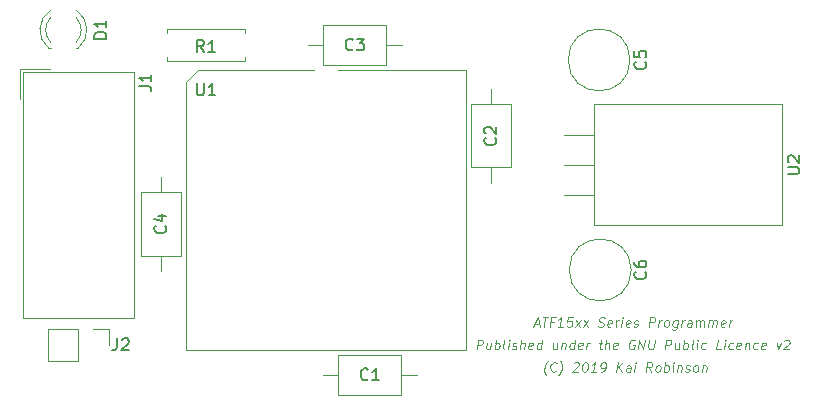
<source format=gto>
G04 #@! TF.GenerationSoftware,KiCad,Pcbnew,(5.1.2-1)-1*
G04 #@! TF.CreationDate,2019-06-08T01:43:03+01:00*
G04 #@! TF.ProjectId,ATF Programming Board,41544620-5072-46f6-9772-616d6d696e67,rev?*
G04 #@! TF.SameCoordinates,Original*
G04 #@! TF.FileFunction,Legend,Top*
G04 #@! TF.FilePolarity,Positive*
%FSLAX46Y46*%
G04 Gerber Fmt 4.6, Leading zero omitted, Abs format (unit mm)*
G04 Created by KiCad (PCBNEW (5.1.2-1)-1) date 2019-06-08 01:43:03*
%MOMM*%
%LPD*%
G04 APERTURE LIST*
%ADD10C,0.125000*%
%ADD11C,0.120000*%
%ADD12C,0.150000*%
G04 APERTURE END LIST*
D10*
X152454605Y-105136904D02*
X152554605Y-104336904D01*
X152859367Y-104336904D01*
X152930796Y-104375000D01*
X152964129Y-104413095D01*
X152992700Y-104489285D01*
X152978415Y-104603571D01*
X152930796Y-104679761D01*
X152887938Y-104717857D01*
X152806986Y-104755952D01*
X152502224Y-104755952D01*
X153664129Y-104603571D02*
X153597462Y-105136904D01*
X153321272Y-104603571D02*
X153268891Y-105022619D01*
X153297462Y-105098809D01*
X153368891Y-105136904D01*
X153483177Y-105136904D01*
X153564129Y-105098809D01*
X153606986Y-105060714D01*
X153978415Y-105136904D02*
X154078415Y-104336904D01*
X154040319Y-104641666D02*
X154121272Y-104603571D01*
X154273653Y-104603571D01*
X154345081Y-104641666D01*
X154378415Y-104679761D01*
X154406986Y-104755952D01*
X154378415Y-104984523D01*
X154330796Y-105060714D01*
X154287938Y-105098809D01*
X154206986Y-105136904D01*
X154054605Y-105136904D01*
X153983177Y-105098809D01*
X154816510Y-105136904D02*
X154745081Y-105098809D01*
X154716510Y-105022619D01*
X154802224Y-104336904D01*
X155121272Y-105136904D02*
X155187938Y-104603571D01*
X155221272Y-104336904D02*
X155178415Y-104375000D01*
X155211748Y-104413095D01*
X155254605Y-104375000D01*
X155221272Y-104336904D01*
X155211748Y-104413095D01*
X155468891Y-105098809D02*
X155540319Y-105136904D01*
X155692700Y-105136904D01*
X155773653Y-105098809D01*
X155821272Y-105022619D01*
X155826034Y-104984523D01*
X155797462Y-104908333D01*
X155726034Y-104870238D01*
X155611748Y-104870238D01*
X155540319Y-104832142D01*
X155511748Y-104755952D01*
X155516510Y-104717857D01*
X155564129Y-104641666D01*
X155645081Y-104603571D01*
X155759367Y-104603571D01*
X155830796Y-104641666D01*
X156149843Y-105136904D02*
X156249843Y-104336904D01*
X156492700Y-105136904D02*
X156545081Y-104717857D01*
X156516510Y-104641666D01*
X156445081Y-104603571D01*
X156330796Y-104603571D01*
X156249843Y-104641666D01*
X156206986Y-104679761D01*
X157183177Y-105098809D02*
X157102224Y-105136904D01*
X156949843Y-105136904D01*
X156878415Y-105098809D01*
X156849843Y-105022619D01*
X156887938Y-104717857D01*
X156935558Y-104641666D01*
X157016510Y-104603571D01*
X157168891Y-104603571D01*
X157240319Y-104641666D01*
X157268891Y-104717857D01*
X157259367Y-104794047D01*
X156868891Y-104870238D01*
X157902224Y-105136904D02*
X158002224Y-104336904D01*
X157906986Y-105098809D02*
X157826034Y-105136904D01*
X157673653Y-105136904D01*
X157602224Y-105098809D01*
X157568891Y-105060714D01*
X157540319Y-104984523D01*
X157568891Y-104755952D01*
X157616510Y-104679761D01*
X157659367Y-104641666D01*
X157740319Y-104603571D01*
X157892700Y-104603571D01*
X157964129Y-104641666D01*
X159302224Y-104603571D02*
X159235558Y-105136904D01*
X158959367Y-104603571D02*
X158906986Y-105022619D01*
X158935558Y-105098809D01*
X159006986Y-105136904D01*
X159121272Y-105136904D01*
X159202224Y-105098809D01*
X159245081Y-105060714D01*
X159683177Y-104603571D02*
X159616510Y-105136904D01*
X159673653Y-104679761D02*
X159716510Y-104641666D01*
X159797462Y-104603571D01*
X159911748Y-104603571D01*
X159983177Y-104641666D01*
X160011748Y-104717857D01*
X159959367Y-105136904D01*
X160683177Y-105136904D02*
X160783177Y-104336904D01*
X160687938Y-105098809D02*
X160606986Y-105136904D01*
X160454605Y-105136904D01*
X160383177Y-105098809D01*
X160349843Y-105060714D01*
X160321272Y-104984523D01*
X160349843Y-104755952D01*
X160397462Y-104679761D01*
X160440319Y-104641666D01*
X160521272Y-104603571D01*
X160673653Y-104603571D01*
X160745081Y-104641666D01*
X161373653Y-105098809D02*
X161292700Y-105136904D01*
X161140319Y-105136904D01*
X161068891Y-105098809D01*
X161040319Y-105022619D01*
X161078415Y-104717857D01*
X161126034Y-104641666D01*
X161206986Y-104603571D01*
X161359367Y-104603571D01*
X161430796Y-104641666D01*
X161459367Y-104717857D01*
X161449843Y-104794047D01*
X161059367Y-104870238D01*
X161749843Y-105136904D02*
X161816510Y-104603571D01*
X161797462Y-104755952D02*
X161845081Y-104679761D01*
X161887938Y-104641666D01*
X161968891Y-104603571D01*
X162045081Y-104603571D01*
X162806986Y-104603571D02*
X163111748Y-104603571D01*
X162954605Y-104336904D02*
X162868891Y-105022619D01*
X162897462Y-105098809D01*
X162968891Y-105136904D01*
X163045081Y-105136904D01*
X163311748Y-105136904D02*
X163411748Y-104336904D01*
X163654605Y-105136904D02*
X163706986Y-104717857D01*
X163678415Y-104641666D01*
X163606986Y-104603571D01*
X163492700Y-104603571D01*
X163411748Y-104641666D01*
X163368891Y-104679761D01*
X164345081Y-105098809D02*
X164264129Y-105136904D01*
X164111748Y-105136904D01*
X164040319Y-105098809D01*
X164011748Y-105022619D01*
X164049843Y-104717857D01*
X164097462Y-104641666D01*
X164178415Y-104603571D01*
X164330796Y-104603571D01*
X164402224Y-104641666D01*
X164430796Y-104717857D01*
X164421272Y-104794047D01*
X164030796Y-104870238D01*
X165845081Y-104375000D02*
X165773653Y-104336904D01*
X165659367Y-104336904D01*
X165540319Y-104375000D01*
X165454605Y-104451190D01*
X165406986Y-104527380D01*
X165349843Y-104679761D01*
X165335558Y-104794047D01*
X165354605Y-104946428D01*
X165383177Y-105022619D01*
X165449843Y-105098809D01*
X165559367Y-105136904D01*
X165635558Y-105136904D01*
X165754605Y-105098809D01*
X165797462Y-105060714D01*
X165830796Y-104794047D01*
X165678415Y-104794047D01*
X166130796Y-105136904D02*
X166230796Y-104336904D01*
X166587938Y-105136904D01*
X166687938Y-104336904D01*
X167068891Y-104336904D02*
X166987938Y-104984523D01*
X167016510Y-105060714D01*
X167049843Y-105098809D01*
X167121272Y-105136904D01*
X167273653Y-105136904D01*
X167354605Y-105098809D01*
X167397462Y-105060714D01*
X167445081Y-104984523D01*
X167526034Y-104336904D01*
X168416510Y-105136904D02*
X168516510Y-104336904D01*
X168821272Y-104336904D01*
X168892700Y-104375000D01*
X168926034Y-104413095D01*
X168954605Y-104489285D01*
X168940319Y-104603571D01*
X168892700Y-104679761D01*
X168849843Y-104717857D01*
X168768891Y-104755952D01*
X168464129Y-104755952D01*
X169626034Y-104603571D02*
X169559367Y-105136904D01*
X169283177Y-104603571D02*
X169230796Y-105022619D01*
X169259367Y-105098809D01*
X169330796Y-105136904D01*
X169445081Y-105136904D01*
X169526034Y-105098809D01*
X169568891Y-105060714D01*
X169940319Y-105136904D02*
X170040319Y-104336904D01*
X170002224Y-104641666D02*
X170083177Y-104603571D01*
X170235558Y-104603571D01*
X170306986Y-104641666D01*
X170340319Y-104679761D01*
X170368891Y-104755952D01*
X170340319Y-104984523D01*
X170292700Y-105060714D01*
X170249843Y-105098809D01*
X170168891Y-105136904D01*
X170016510Y-105136904D01*
X169945081Y-105098809D01*
X170778415Y-105136904D02*
X170706986Y-105098809D01*
X170678415Y-105022619D01*
X170764129Y-104336904D01*
X171083177Y-105136904D02*
X171149843Y-104603571D01*
X171183177Y-104336904D02*
X171140319Y-104375000D01*
X171173653Y-104413095D01*
X171216510Y-104375000D01*
X171183177Y-104336904D01*
X171173653Y-104413095D01*
X171811748Y-105098809D02*
X171730796Y-105136904D01*
X171578415Y-105136904D01*
X171506986Y-105098809D01*
X171473653Y-105060714D01*
X171445081Y-104984523D01*
X171473653Y-104755952D01*
X171521272Y-104679761D01*
X171564129Y-104641666D01*
X171645081Y-104603571D01*
X171797462Y-104603571D01*
X171868891Y-104641666D01*
X173140319Y-105136904D02*
X172759367Y-105136904D01*
X172859367Y-104336904D01*
X173406986Y-105136904D02*
X173473653Y-104603571D01*
X173506986Y-104336904D02*
X173464129Y-104375000D01*
X173497462Y-104413095D01*
X173540319Y-104375000D01*
X173506986Y-104336904D01*
X173497462Y-104413095D01*
X174135558Y-105098809D02*
X174054605Y-105136904D01*
X173902224Y-105136904D01*
X173830796Y-105098809D01*
X173797462Y-105060714D01*
X173768891Y-104984523D01*
X173797462Y-104755952D01*
X173845081Y-104679761D01*
X173887938Y-104641666D01*
X173968891Y-104603571D01*
X174121272Y-104603571D01*
X174192700Y-104641666D01*
X174783177Y-105098809D02*
X174702224Y-105136904D01*
X174549843Y-105136904D01*
X174478415Y-105098809D01*
X174449843Y-105022619D01*
X174487938Y-104717857D01*
X174535558Y-104641666D01*
X174616510Y-104603571D01*
X174768891Y-104603571D01*
X174840319Y-104641666D01*
X174868891Y-104717857D01*
X174859367Y-104794047D01*
X174468891Y-104870238D01*
X175226034Y-104603571D02*
X175159367Y-105136904D01*
X175216510Y-104679761D02*
X175259367Y-104641666D01*
X175340319Y-104603571D01*
X175454605Y-104603571D01*
X175526034Y-104641666D01*
X175554605Y-104717857D01*
X175502224Y-105136904D01*
X176230796Y-105098809D02*
X176149843Y-105136904D01*
X175997462Y-105136904D01*
X175926034Y-105098809D01*
X175892700Y-105060714D01*
X175864129Y-104984523D01*
X175892700Y-104755952D01*
X175940319Y-104679761D01*
X175983177Y-104641666D01*
X176064129Y-104603571D01*
X176216510Y-104603571D01*
X176287938Y-104641666D01*
X176878415Y-105098809D02*
X176797462Y-105136904D01*
X176645081Y-105136904D01*
X176573653Y-105098809D01*
X176545081Y-105022619D01*
X176583177Y-104717857D01*
X176630796Y-104641666D01*
X176711748Y-104603571D01*
X176864129Y-104603571D01*
X176935558Y-104641666D01*
X176964129Y-104717857D01*
X176954605Y-104794047D01*
X176564129Y-104870238D01*
X177854605Y-104603571D02*
X177978415Y-105136904D01*
X178235558Y-104603571D01*
X178526034Y-104413095D02*
X178568891Y-104375000D01*
X178649843Y-104336904D01*
X178840319Y-104336904D01*
X178911748Y-104375000D01*
X178945081Y-104413095D01*
X178973653Y-104489285D01*
X178964129Y-104565476D01*
X178911748Y-104679761D01*
X178397462Y-105136904D01*
X178892700Y-105136904D01*
X158352938Y-107346666D02*
X158319605Y-107308571D01*
X158257700Y-107194285D01*
X158229129Y-107118095D01*
X158205319Y-107003809D01*
X158191034Y-106813333D01*
X158210081Y-106660952D01*
X158271986Y-106470476D01*
X158324367Y-106356190D01*
X158371986Y-106280000D01*
X158462462Y-106165714D01*
X158505319Y-106127619D01*
X159162462Y-106965714D02*
X159119605Y-107003809D01*
X159000558Y-107041904D01*
X158924367Y-107041904D01*
X158814843Y-107003809D01*
X158748177Y-106927619D01*
X158719605Y-106851428D01*
X158700558Y-106699047D01*
X158714843Y-106584761D01*
X158771986Y-106432380D01*
X158819605Y-106356190D01*
X158905319Y-106280000D01*
X159024367Y-106241904D01*
X159100558Y-106241904D01*
X159210081Y-106280000D01*
X159243415Y-106318095D01*
X159381510Y-107346666D02*
X159424367Y-107308571D01*
X159514843Y-107194285D01*
X159562462Y-107118095D01*
X159614843Y-107003809D01*
X159676748Y-106813333D01*
X159695796Y-106660952D01*
X159681510Y-106470476D01*
X159657700Y-106356190D01*
X159629129Y-106280000D01*
X159567224Y-106165714D01*
X159533891Y-106127619D01*
X160691034Y-106318095D02*
X160733891Y-106280000D01*
X160814843Y-106241904D01*
X161005319Y-106241904D01*
X161076748Y-106280000D01*
X161110081Y-106318095D01*
X161138653Y-106394285D01*
X161129129Y-106470476D01*
X161076748Y-106584761D01*
X160562462Y-107041904D01*
X161057700Y-107041904D01*
X161652938Y-106241904D02*
X161729129Y-106241904D01*
X161800558Y-106280000D01*
X161833891Y-106318095D01*
X161862462Y-106394285D01*
X161881510Y-106546666D01*
X161857700Y-106737142D01*
X161800558Y-106889523D01*
X161752938Y-106965714D01*
X161710081Y-107003809D01*
X161629129Y-107041904D01*
X161552938Y-107041904D01*
X161481510Y-107003809D01*
X161448177Y-106965714D01*
X161419605Y-106889523D01*
X161400558Y-106737142D01*
X161424367Y-106546666D01*
X161481510Y-106394285D01*
X161529129Y-106318095D01*
X161571986Y-106280000D01*
X161652938Y-106241904D01*
X162581510Y-107041904D02*
X162124367Y-107041904D01*
X162352938Y-107041904D02*
X162452938Y-106241904D01*
X162362462Y-106356190D01*
X162276748Y-106432380D01*
X162195796Y-106470476D01*
X162962462Y-107041904D02*
X163114843Y-107041904D01*
X163195796Y-107003809D01*
X163238653Y-106965714D01*
X163329129Y-106851428D01*
X163386272Y-106699047D01*
X163424367Y-106394285D01*
X163395796Y-106318095D01*
X163362462Y-106280000D01*
X163291034Y-106241904D01*
X163138653Y-106241904D01*
X163057700Y-106280000D01*
X163014843Y-106318095D01*
X162967224Y-106394285D01*
X162943415Y-106584761D01*
X162971986Y-106660952D01*
X163005319Y-106699047D01*
X163076748Y-106737142D01*
X163229129Y-106737142D01*
X163310081Y-106699047D01*
X163352938Y-106660952D01*
X163400558Y-106584761D01*
X164295796Y-107041904D02*
X164395796Y-106241904D01*
X164752938Y-107041904D02*
X164467224Y-106584761D01*
X164852938Y-106241904D02*
X164338653Y-106699047D01*
X165438653Y-107041904D02*
X165491034Y-106622857D01*
X165462462Y-106546666D01*
X165391034Y-106508571D01*
X165238653Y-106508571D01*
X165157700Y-106546666D01*
X165443415Y-107003809D02*
X165362462Y-107041904D01*
X165171986Y-107041904D01*
X165100558Y-107003809D01*
X165071986Y-106927619D01*
X165081510Y-106851428D01*
X165129129Y-106775238D01*
X165210081Y-106737142D01*
X165400558Y-106737142D01*
X165481510Y-106699047D01*
X165819605Y-107041904D02*
X165886272Y-106508571D01*
X165919605Y-106241904D02*
X165876748Y-106280000D01*
X165910081Y-106318095D01*
X165952938Y-106280000D01*
X165919605Y-106241904D01*
X165910081Y-106318095D01*
X167267224Y-107041904D02*
X167048177Y-106660952D01*
X166810081Y-107041904D02*
X166910081Y-106241904D01*
X167214843Y-106241904D01*
X167286272Y-106280000D01*
X167319605Y-106318095D01*
X167348177Y-106394285D01*
X167333891Y-106508571D01*
X167286272Y-106584761D01*
X167243415Y-106622857D01*
X167162462Y-106660952D01*
X166857700Y-106660952D01*
X167724367Y-107041904D02*
X167652938Y-107003809D01*
X167619605Y-106965714D01*
X167591034Y-106889523D01*
X167619605Y-106660952D01*
X167667224Y-106584761D01*
X167710081Y-106546666D01*
X167791034Y-106508571D01*
X167905319Y-106508571D01*
X167976748Y-106546666D01*
X168010081Y-106584761D01*
X168038653Y-106660952D01*
X168010081Y-106889523D01*
X167962462Y-106965714D01*
X167919605Y-107003809D01*
X167838653Y-107041904D01*
X167724367Y-107041904D01*
X168333891Y-107041904D02*
X168433891Y-106241904D01*
X168395796Y-106546666D02*
X168476748Y-106508571D01*
X168629129Y-106508571D01*
X168700558Y-106546666D01*
X168733891Y-106584761D01*
X168762462Y-106660952D01*
X168733891Y-106889523D01*
X168686272Y-106965714D01*
X168643415Y-107003809D01*
X168562462Y-107041904D01*
X168410081Y-107041904D01*
X168338653Y-107003809D01*
X169057700Y-107041904D02*
X169124367Y-106508571D01*
X169157700Y-106241904D02*
X169114843Y-106280000D01*
X169148177Y-106318095D01*
X169191034Y-106280000D01*
X169157700Y-106241904D01*
X169148177Y-106318095D01*
X169505319Y-106508571D02*
X169438653Y-107041904D01*
X169495796Y-106584761D02*
X169538653Y-106546666D01*
X169619605Y-106508571D01*
X169733891Y-106508571D01*
X169805319Y-106546666D01*
X169833891Y-106622857D01*
X169781510Y-107041904D01*
X170129129Y-107003809D02*
X170200558Y-107041904D01*
X170352938Y-107041904D01*
X170433891Y-107003809D01*
X170481510Y-106927619D01*
X170486272Y-106889523D01*
X170457700Y-106813333D01*
X170386272Y-106775238D01*
X170271986Y-106775238D01*
X170200558Y-106737142D01*
X170171986Y-106660952D01*
X170176748Y-106622857D01*
X170224367Y-106546666D01*
X170305319Y-106508571D01*
X170419605Y-106508571D01*
X170491034Y-106546666D01*
X170924367Y-107041904D02*
X170852938Y-107003809D01*
X170819605Y-106965714D01*
X170791034Y-106889523D01*
X170819605Y-106660952D01*
X170867224Y-106584761D01*
X170910081Y-106546666D01*
X170991034Y-106508571D01*
X171105319Y-106508571D01*
X171176748Y-106546666D01*
X171210081Y-106584761D01*
X171238653Y-106660952D01*
X171210081Y-106889523D01*
X171162462Y-106965714D01*
X171119605Y-107003809D01*
X171038653Y-107041904D01*
X170924367Y-107041904D01*
X171600558Y-106508571D02*
X171533891Y-107041904D01*
X171591034Y-106584761D02*
X171633891Y-106546666D01*
X171714843Y-106508571D01*
X171829129Y-106508571D01*
X171900558Y-106546666D01*
X171929129Y-106622857D01*
X171876748Y-107041904D01*
X157359367Y-103003333D02*
X157740319Y-103003333D01*
X157254605Y-103231904D02*
X157621272Y-102431904D01*
X157787938Y-103231904D01*
X158040319Y-102431904D02*
X158497462Y-102431904D01*
X158168891Y-103231904D02*
X158268891Y-102431904D01*
X158983177Y-102812857D02*
X158716510Y-102812857D01*
X158664129Y-103231904D02*
X158764129Y-102431904D01*
X159145081Y-102431904D01*
X159768891Y-103231904D02*
X159311748Y-103231904D01*
X159540319Y-103231904D02*
X159640319Y-102431904D01*
X159549843Y-102546190D01*
X159464129Y-102622380D01*
X159383177Y-102660476D01*
X160592700Y-102431904D02*
X160211748Y-102431904D01*
X160126034Y-102812857D01*
X160168891Y-102774761D01*
X160249843Y-102736666D01*
X160440319Y-102736666D01*
X160511748Y-102774761D01*
X160545081Y-102812857D01*
X160573653Y-102889047D01*
X160549843Y-103079523D01*
X160502224Y-103155714D01*
X160459367Y-103193809D01*
X160378415Y-103231904D01*
X160187938Y-103231904D01*
X160116510Y-103193809D01*
X160083177Y-103155714D01*
X160797462Y-103231904D02*
X161283177Y-102698571D01*
X160864129Y-102698571D02*
X161216510Y-103231904D01*
X161445081Y-103231904D02*
X161930796Y-102698571D01*
X161511748Y-102698571D02*
X161864129Y-103231904D01*
X162745081Y-103193809D02*
X162854605Y-103231904D01*
X163045081Y-103231904D01*
X163126034Y-103193809D01*
X163168891Y-103155714D01*
X163216510Y-103079523D01*
X163226034Y-103003333D01*
X163197462Y-102927142D01*
X163164129Y-102889047D01*
X163092700Y-102850952D01*
X162945081Y-102812857D01*
X162873653Y-102774761D01*
X162840319Y-102736666D01*
X162811748Y-102660476D01*
X162821272Y-102584285D01*
X162868891Y-102508095D01*
X162911748Y-102470000D01*
X162992700Y-102431904D01*
X163183177Y-102431904D01*
X163292700Y-102470000D01*
X163849843Y-103193809D02*
X163768891Y-103231904D01*
X163616510Y-103231904D01*
X163545081Y-103193809D01*
X163516510Y-103117619D01*
X163554605Y-102812857D01*
X163602224Y-102736666D01*
X163683177Y-102698571D01*
X163835558Y-102698571D01*
X163906986Y-102736666D01*
X163935558Y-102812857D01*
X163926034Y-102889047D01*
X163535558Y-102965238D01*
X164226034Y-103231904D02*
X164292700Y-102698571D01*
X164273653Y-102850952D02*
X164321272Y-102774761D01*
X164364129Y-102736666D01*
X164445081Y-102698571D01*
X164521272Y-102698571D01*
X164721272Y-103231904D02*
X164787938Y-102698571D01*
X164821272Y-102431904D02*
X164778415Y-102470000D01*
X164811748Y-102508095D01*
X164854605Y-102470000D01*
X164821272Y-102431904D01*
X164811748Y-102508095D01*
X165411748Y-103193809D02*
X165330796Y-103231904D01*
X165178415Y-103231904D01*
X165106986Y-103193809D01*
X165078415Y-103117619D01*
X165116510Y-102812857D01*
X165164129Y-102736666D01*
X165245081Y-102698571D01*
X165397462Y-102698571D01*
X165468891Y-102736666D01*
X165497462Y-102812857D01*
X165487938Y-102889047D01*
X165097462Y-102965238D01*
X165754605Y-103193809D02*
X165826034Y-103231904D01*
X165978415Y-103231904D01*
X166059367Y-103193809D01*
X166106986Y-103117619D01*
X166111748Y-103079523D01*
X166083177Y-103003333D01*
X166011748Y-102965238D01*
X165897462Y-102965238D01*
X165826034Y-102927142D01*
X165797462Y-102850952D01*
X165802224Y-102812857D01*
X165849843Y-102736666D01*
X165930796Y-102698571D01*
X166045081Y-102698571D01*
X166116510Y-102736666D01*
X167045081Y-103231904D02*
X167145081Y-102431904D01*
X167449843Y-102431904D01*
X167521272Y-102470000D01*
X167554605Y-102508095D01*
X167583177Y-102584285D01*
X167568891Y-102698571D01*
X167521272Y-102774761D01*
X167478415Y-102812857D01*
X167397462Y-102850952D01*
X167092700Y-102850952D01*
X167845081Y-103231904D02*
X167911748Y-102698571D01*
X167892700Y-102850952D02*
X167940319Y-102774761D01*
X167983177Y-102736666D01*
X168064129Y-102698571D01*
X168140319Y-102698571D01*
X168454605Y-103231904D02*
X168383177Y-103193809D01*
X168349843Y-103155714D01*
X168321272Y-103079523D01*
X168349843Y-102850952D01*
X168397462Y-102774761D01*
X168440319Y-102736666D01*
X168521272Y-102698571D01*
X168635558Y-102698571D01*
X168706986Y-102736666D01*
X168740319Y-102774761D01*
X168768891Y-102850952D01*
X168740319Y-103079523D01*
X168692700Y-103155714D01*
X168649843Y-103193809D01*
X168568891Y-103231904D01*
X168454605Y-103231904D01*
X169473653Y-102698571D02*
X169392700Y-103346190D01*
X169345081Y-103422380D01*
X169302224Y-103460476D01*
X169221272Y-103498571D01*
X169106986Y-103498571D01*
X169035558Y-103460476D01*
X169411748Y-103193809D02*
X169330796Y-103231904D01*
X169178415Y-103231904D01*
X169106986Y-103193809D01*
X169073653Y-103155714D01*
X169045081Y-103079523D01*
X169073653Y-102850952D01*
X169121272Y-102774761D01*
X169164129Y-102736666D01*
X169245081Y-102698571D01*
X169397462Y-102698571D01*
X169468891Y-102736666D01*
X169787938Y-103231904D02*
X169854605Y-102698571D01*
X169835558Y-102850952D02*
X169883177Y-102774761D01*
X169926034Y-102736666D01*
X170006986Y-102698571D01*
X170083177Y-102698571D01*
X170626034Y-103231904D02*
X170678415Y-102812857D01*
X170649843Y-102736666D01*
X170578415Y-102698571D01*
X170426034Y-102698571D01*
X170345081Y-102736666D01*
X170630796Y-103193809D02*
X170549843Y-103231904D01*
X170359367Y-103231904D01*
X170287938Y-103193809D01*
X170259367Y-103117619D01*
X170268891Y-103041428D01*
X170316510Y-102965238D01*
X170397462Y-102927142D01*
X170587938Y-102927142D01*
X170668891Y-102889047D01*
X171006986Y-103231904D02*
X171073653Y-102698571D01*
X171064129Y-102774761D02*
X171106986Y-102736666D01*
X171187938Y-102698571D01*
X171302224Y-102698571D01*
X171373653Y-102736666D01*
X171402224Y-102812857D01*
X171349843Y-103231904D01*
X171402224Y-102812857D02*
X171449843Y-102736666D01*
X171530796Y-102698571D01*
X171645081Y-102698571D01*
X171716510Y-102736666D01*
X171745081Y-102812857D01*
X171692700Y-103231904D01*
X172073653Y-103231904D02*
X172140319Y-102698571D01*
X172130796Y-102774761D02*
X172173653Y-102736666D01*
X172254605Y-102698571D01*
X172368891Y-102698571D01*
X172440319Y-102736666D01*
X172468891Y-102812857D01*
X172416510Y-103231904D01*
X172468891Y-102812857D02*
X172516510Y-102736666D01*
X172597462Y-102698571D01*
X172711748Y-102698571D01*
X172783177Y-102736666D01*
X172811748Y-102812857D01*
X172759367Y-103231904D01*
X173449843Y-103193809D02*
X173368891Y-103231904D01*
X173216510Y-103231904D01*
X173145081Y-103193809D01*
X173116510Y-103117619D01*
X173154605Y-102812857D01*
X173202224Y-102736666D01*
X173283177Y-102698571D01*
X173435558Y-102698571D01*
X173506986Y-102736666D01*
X173535558Y-102812857D01*
X173526034Y-102889047D01*
X173135558Y-102965238D01*
X173826034Y-103231904D02*
X173892700Y-102698571D01*
X173873653Y-102850952D02*
X173921272Y-102774761D01*
X173964129Y-102736666D01*
X174045081Y-102698571D01*
X174121272Y-102698571D01*
D11*
X126270000Y-78005000D02*
X126270000Y-78335000D01*
X132810000Y-78005000D02*
X126270000Y-78005000D01*
X132810000Y-78335000D02*
X132810000Y-78005000D01*
X126270000Y-80745000D02*
X126270000Y-80415000D01*
X132810000Y-80745000D02*
X126270000Y-80745000D01*
X132810000Y-80415000D02*
X132810000Y-80745000D01*
X151550000Y-81495000D02*
X140700000Y-81495000D01*
X151550000Y-105195000D02*
X151550000Y-81495000D01*
X127850000Y-105195000D02*
X151550000Y-105195000D01*
X127850000Y-82495000D02*
X127850000Y-105195000D01*
X128850000Y-81495000D02*
X127850000Y-82495000D01*
X138700000Y-81495000D02*
X128850000Y-81495000D01*
X121345000Y-103445000D02*
X121345000Y-104775000D01*
X120015000Y-103445000D02*
X121345000Y-103445000D01*
X118745000Y-103445000D02*
X118745000Y-106105000D01*
X118745000Y-106105000D02*
X116145000Y-106105000D01*
X118745000Y-103445000D02*
X116145000Y-103445000D01*
X116145000Y-103445000D02*
X116145000Y-106105000D01*
X113820000Y-81395000D02*
X116360000Y-81395000D01*
X113820000Y-81395000D02*
X113820000Y-83935000D01*
X114070000Y-81645000D02*
X123420000Y-81645000D01*
X114070000Y-102505000D02*
X114070000Y-81645000D01*
X123420000Y-102505000D02*
X114070000Y-102505000D01*
X123420000Y-81645000D02*
X123420000Y-102505000D01*
X118555000Y-79665000D02*
X118711000Y-79665000D01*
X116239000Y-79665000D02*
X116395000Y-79665000D01*
X118554837Y-77063870D02*
G75*
G02X118555000Y-79145961I-1079837J-1041130D01*
G01*
X116395163Y-77063870D02*
G75*
G03X116395000Y-79145961I1079837J-1041130D01*
G01*
X118553608Y-76432665D02*
G75*
G02X118710516Y-79665000I-1078608J-1672335D01*
G01*
X116396392Y-76432665D02*
G75*
G03X116239484Y-79665000I1078608J-1672335D01*
G01*
X165545000Y-98425000D02*
G75*
G03X165545000Y-98425000I-2620000J0D01*
G01*
X165450000Y-80645000D02*
G75*
G03X165450000Y-80645000I-2620000J0D01*
G01*
X125730000Y-98495000D02*
X125730000Y-97205000D01*
X125730000Y-90575000D02*
X125730000Y-91865000D01*
X127400000Y-97205000D02*
X127400000Y-91865000D01*
X124060000Y-97205000D02*
X127400000Y-97205000D01*
X124060000Y-91865000D02*
X124060000Y-97205000D01*
X127400000Y-91865000D02*
X124060000Y-91865000D01*
X146120000Y-79375000D02*
X144830000Y-79375000D01*
X138200000Y-79375000D02*
X139490000Y-79375000D01*
X144830000Y-77705000D02*
X139490000Y-77705000D01*
X144830000Y-81045000D02*
X144830000Y-77705000D01*
X139490000Y-81045000D02*
X144830000Y-81045000D01*
X139490000Y-77705000D02*
X139490000Y-81045000D01*
X153670000Y-83110000D02*
X153670000Y-84400000D01*
X153670000Y-91030000D02*
X153670000Y-89740000D01*
X152000000Y-84400000D02*
X152000000Y-89740000D01*
X155340000Y-84400000D02*
X152000000Y-84400000D01*
X155340000Y-89740000D02*
X155340000Y-84400000D01*
X152000000Y-89740000D02*
X155340000Y-89740000D01*
X147390000Y-107315000D02*
X146100000Y-107315000D01*
X139470000Y-107315000D02*
X140760000Y-107315000D01*
X146100000Y-105645000D02*
X140760000Y-105645000D01*
X146100000Y-108985000D02*
X146100000Y-105645000D01*
X140760000Y-108985000D02*
X146100000Y-108985000D01*
X140760000Y-105645000D02*
X140760000Y-108985000D01*
X162440000Y-84415000D02*
X162440000Y-94655000D01*
X178330000Y-84415000D02*
X178330000Y-94655000D01*
X178330000Y-84415000D02*
X162440000Y-84415000D01*
X178330000Y-94655000D02*
X162440000Y-94655000D01*
X162440000Y-86995000D02*
X159900000Y-86995000D01*
X162440000Y-89535000D02*
X159900000Y-89535000D01*
X162440000Y-92075000D02*
X159900000Y-92075000D01*
D12*
X129373333Y-79977380D02*
X129040000Y-79501190D01*
X128801904Y-79977380D02*
X128801904Y-78977380D01*
X129182857Y-78977380D01*
X129278095Y-79025000D01*
X129325714Y-79072619D01*
X129373333Y-79167857D01*
X129373333Y-79310714D01*
X129325714Y-79405952D01*
X129278095Y-79453571D01*
X129182857Y-79501190D01*
X128801904Y-79501190D01*
X130325714Y-79977380D02*
X129754285Y-79977380D01*
X130040000Y-79977380D02*
X130040000Y-78977380D01*
X129944761Y-79120238D01*
X129849523Y-79215476D01*
X129754285Y-79263095D01*
X128778095Y-82637380D02*
X128778095Y-83446904D01*
X128825714Y-83542142D01*
X128873333Y-83589761D01*
X128968571Y-83637380D01*
X129159047Y-83637380D01*
X129254285Y-83589761D01*
X129301904Y-83542142D01*
X129349523Y-83446904D01*
X129349523Y-82637380D01*
X130349523Y-83637380D02*
X129778095Y-83637380D01*
X130063809Y-83637380D02*
X130063809Y-82637380D01*
X129968571Y-82780238D01*
X129873333Y-82875476D01*
X129778095Y-82923095D01*
X122011666Y-104227380D02*
X122011666Y-104941666D01*
X121964047Y-105084523D01*
X121868809Y-105179761D01*
X121725952Y-105227380D01*
X121630714Y-105227380D01*
X122440238Y-104322619D02*
X122487857Y-104275000D01*
X122583095Y-104227380D01*
X122821190Y-104227380D01*
X122916428Y-104275000D01*
X122964047Y-104322619D01*
X123011666Y-104417857D01*
X123011666Y-104513095D01*
X122964047Y-104655952D01*
X122392619Y-105227380D01*
X123011666Y-105227380D01*
X123912380Y-82883333D02*
X124626666Y-82883333D01*
X124769523Y-82930952D01*
X124864761Y-83026190D01*
X124912380Y-83169047D01*
X124912380Y-83264285D01*
X124912380Y-81883333D02*
X124912380Y-82454761D01*
X124912380Y-82169047D02*
X123912380Y-82169047D01*
X124055238Y-82264285D01*
X124150476Y-82359523D01*
X124198095Y-82454761D01*
X121102380Y-78843095D02*
X120102380Y-78843095D01*
X120102380Y-78605000D01*
X120150000Y-78462142D01*
X120245238Y-78366904D01*
X120340476Y-78319285D01*
X120530952Y-78271666D01*
X120673809Y-78271666D01*
X120864285Y-78319285D01*
X120959523Y-78366904D01*
X121054761Y-78462142D01*
X121102380Y-78605000D01*
X121102380Y-78843095D01*
X121102380Y-77319285D02*
X121102380Y-77890714D01*
X121102380Y-77605000D02*
X120102380Y-77605000D01*
X120245238Y-77700238D01*
X120340476Y-77795476D01*
X120388095Y-77890714D01*
X166727142Y-98591666D02*
X166774761Y-98639285D01*
X166822380Y-98782142D01*
X166822380Y-98877380D01*
X166774761Y-99020238D01*
X166679523Y-99115476D01*
X166584285Y-99163095D01*
X166393809Y-99210714D01*
X166250952Y-99210714D01*
X166060476Y-99163095D01*
X165965238Y-99115476D01*
X165870000Y-99020238D01*
X165822380Y-98877380D01*
X165822380Y-98782142D01*
X165870000Y-98639285D01*
X165917619Y-98591666D01*
X165822380Y-97734523D02*
X165822380Y-97925000D01*
X165870000Y-98020238D01*
X165917619Y-98067857D01*
X166060476Y-98163095D01*
X166250952Y-98210714D01*
X166631904Y-98210714D01*
X166727142Y-98163095D01*
X166774761Y-98115476D01*
X166822380Y-98020238D01*
X166822380Y-97829761D01*
X166774761Y-97734523D01*
X166727142Y-97686904D01*
X166631904Y-97639285D01*
X166393809Y-97639285D01*
X166298571Y-97686904D01*
X166250952Y-97734523D01*
X166203333Y-97829761D01*
X166203333Y-98020238D01*
X166250952Y-98115476D01*
X166298571Y-98163095D01*
X166393809Y-98210714D01*
X166727142Y-80811666D02*
X166774761Y-80859285D01*
X166822380Y-81002142D01*
X166822380Y-81097380D01*
X166774761Y-81240238D01*
X166679523Y-81335476D01*
X166584285Y-81383095D01*
X166393809Y-81430714D01*
X166250952Y-81430714D01*
X166060476Y-81383095D01*
X165965238Y-81335476D01*
X165870000Y-81240238D01*
X165822380Y-81097380D01*
X165822380Y-81002142D01*
X165870000Y-80859285D01*
X165917619Y-80811666D01*
X165822380Y-79906904D02*
X165822380Y-80383095D01*
X166298571Y-80430714D01*
X166250952Y-80383095D01*
X166203333Y-80287857D01*
X166203333Y-80049761D01*
X166250952Y-79954523D01*
X166298571Y-79906904D01*
X166393809Y-79859285D01*
X166631904Y-79859285D01*
X166727142Y-79906904D01*
X166774761Y-79954523D01*
X166822380Y-80049761D01*
X166822380Y-80287857D01*
X166774761Y-80383095D01*
X166727142Y-80430714D01*
X126087142Y-94701666D02*
X126134761Y-94749285D01*
X126182380Y-94892142D01*
X126182380Y-94987380D01*
X126134761Y-95130238D01*
X126039523Y-95225476D01*
X125944285Y-95273095D01*
X125753809Y-95320714D01*
X125610952Y-95320714D01*
X125420476Y-95273095D01*
X125325238Y-95225476D01*
X125230000Y-95130238D01*
X125182380Y-94987380D01*
X125182380Y-94892142D01*
X125230000Y-94749285D01*
X125277619Y-94701666D01*
X125515714Y-93844523D02*
X126182380Y-93844523D01*
X125134761Y-94082619D02*
X125849047Y-94320714D01*
X125849047Y-93701666D01*
X141993333Y-79744842D02*
X141945714Y-79792461D01*
X141802857Y-79840080D01*
X141707619Y-79840080D01*
X141564761Y-79792461D01*
X141469523Y-79697223D01*
X141421904Y-79601985D01*
X141374285Y-79411509D01*
X141374285Y-79268652D01*
X141421904Y-79078176D01*
X141469523Y-78982938D01*
X141564761Y-78887700D01*
X141707619Y-78840080D01*
X141802857Y-78840080D01*
X141945714Y-78887700D01*
X141993333Y-78935319D01*
X142326666Y-78840080D02*
X142945714Y-78840080D01*
X142612380Y-79221033D01*
X142755238Y-79221033D01*
X142850476Y-79268652D01*
X142898095Y-79316271D01*
X142945714Y-79411509D01*
X142945714Y-79649604D01*
X142898095Y-79744842D01*
X142850476Y-79792461D01*
X142755238Y-79840080D01*
X142469523Y-79840080D01*
X142374285Y-79792461D01*
X142326666Y-79744842D01*
X154032142Y-87236666D02*
X154079761Y-87284285D01*
X154127380Y-87427142D01*
X154127380Y-87522380D01*
X154079761Y-87665238D01*
X153984523Y-87760476D01*
X153889285Y-87808095D01*
X153698809Y-87855714D01*
X153555952Y-87855714D01*
X153365476Y-87808095D01*
X153270238Y-87760476D01*
X153175000Y-87665238D01*
X153127380Y-87522380D01*
X153127380Y-87427142D01*
X153175000Y-87284285D01*
X153222619Y-87236666D01*
X153222619Y-86855714D02*
X153175000Y-86808095D01*
X153127380Y-86712857D01*
X153127380Y-86474761D01*
X153175000Y-86379523D01*
X153222619Y-86331904D01*
X153317857Y-86284285D01*
X153413095Y-86284285D01*
X153555952Y-86331904D01*
X154127380Y-86903333D01*
X154127380Y-86284285D01*
X143263333Y-107672142D02*
X143215714Y-107719761D01*
X143072857Y-107767380D01*
X142977619Y-107767380D01*
X142834761Y-107719761D01*
X142739523Y-107624523D01*
X142691904Y-107529285D01*
X142644285Y-107338809D01*
X142644285Y-107195952D01*
X142691904Y-107005476D01*
X142739523Y-106910238D01*
X142834761Y-106815000D01*
X142977619Y-106767380D01*
X143072857Y-106767380D01*
X143215714Y-106815000D01*
X143263333Y-106862619D01*
X144215714Y-107767380D02*
X143644285Y-107767380D01*
X143930000Y-107767380D02*
X143930000Y-106767380D01*
X143834761Y-106910238D01*
X143739523Y-107005476D01*
X143644285Y-107053095D01*
X178782380Y-90296904D02*
X179591904Y-90296904D01*
X179687142Y-90249285D01*
X179734761Y-90201666D01*
X179782380Y-90106428D01*
X179782380Y-89915952D01*
X179734761Y-89820714D01*
X179687142Y-89773095D01*
X179591904Y-89725476D01*
X178782380Y-89725476D01*
X178877619Y-89296904D02*
X178830000Y-89249285D01*
X178782380Y-89154047D01*
X178782380Y-88915952D01*
X178830000Y-88820714D01*
X178877619Y-88773095D01*
X178972857Y-88725476D01*
X179068095Y-88725476D01*
X179210952Y-88773095D01*
X179782380Y-89344523D01*
X179782380Y-88725476D01*
M02*

</source>
